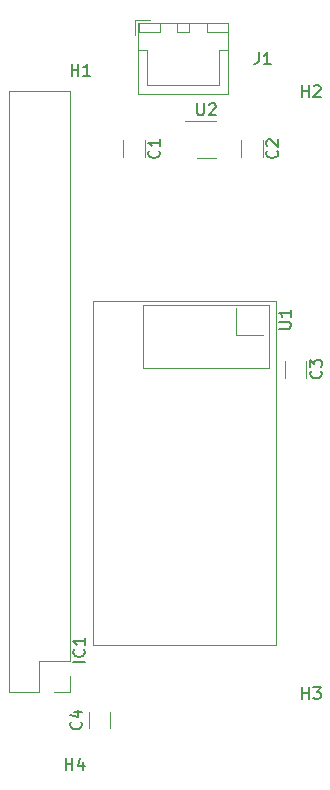
<source format=gbr>
%TF.GenerationSoftware,KiCad,Pcbnew,(7.0.0)*%
%TF.CreationDate,2023-05-30T16:09:46+02:00*%
%TF.ProjectId,connecteurs,636f6e6e-6563-4746-9575-72732e6b6963,1.0*%
%TF.SameCoordinates,Original*%
%TF.FileFunction,Legend,Top*%
%TF.FilePolarity,Positive*%
%FSLAX46Y46*%
G04 Gerber Fmt 4.6, Leading zero omitted, Abs format (unit mm)*
G04 Created by KiCad (PCBNEW (7.0.0)) date 2023-05-30 16:09:47*
%MOMM*%
%LPD*%
G01*
G04 APERTURE LIST*
%ADD10C,0.150000*%
%ADD11C,0.120000*%
G04 APERTURE END LIST*
D10*
%TO.C,C4*%
X73522142Y-106966666D02*
X73569761Y-107014285D01*
X73569761Y-107014285D02*
X73617380Y-107157142D01*
X73617380Y-107157142D02*
X73617380Y-107252380D01*
X73617380Y-107252380D02*
X73569761Y-107395237D01*
X73569761Y-107395237D02*
X73474523Y-107490475D01*
X73474523Y-107490475D02*
X73379285Y-107538094D01*
X73379285Y-107538094D02*
X73188809Y-107585713D01*
X73188809Y-107585713D02*
X73045952Y-107585713D01*
X73045952Y-107585713D02*
X72855476Y-107538094D01*
X72855476Y-107538094D02*
X72760238Y-107490475D01*
X72760238Y-107490475D02*
X72665000Y-107395237D01*
X72665000Y-107395237D02*
X72617380Y-107252380D01*
X72617380Y-107252380D02*
X72617380Y-107157142D01*
X72617380Y-107157142D02*
X72665000Y-107014285D01*
X72665000Y-107014285D02*
X72712619Y-106966666D01*
X72950714Y-106109523D02*
X73617380Y-106109523D01*
X72569761Y-106347618D02*
X73284047Y-106585713D01*
X73284047Y-106585713D02*
X73284047Y-105966666D01*
%TO.C,C3*%
X93822142Y-77266666D02*
X93869761Y-77314285D01*
X93869761Y-77314285D02*
X93917380Y-77457142D01*
X93917380Y-77457142D02*
X93917380Y-77552380D01*
X93917380Y-77552380D02*
X93869761Y-77695237D01*
X93869761Y-77695237D02*
X93774523Y-77790475D01*
X93774523Y-77790475D02*
X93679285Y-77838094D01*
X93679285Y-77838094D02*
X93488809Y-77885713D01*
X93488809Y-77885713D02*
X93345952Y-77885713D01*
X93345952Y-77885713D02*
X93155476Y-77838094D01*
X93155476Y-77838094D02*
X93060238Y-77790475D01*
X93060238Y-77790475D02*
X92965000Y-77695237D01*
X92965000Y-77695237D02*
X92917380Y-77552380D01*
X92917380Y-77552380D02*
X92917380Y-77457142D01*
X92917380Y-77457142D02*
X92965000Y-77314285D01*
X92965000Y-77314285D02*
X93012619Y-77266666D01*
X92917380Y-76933332D02*
X92917380Y-76314285D01*
X92917380Y-76314285D02*
X93298333Y-76647618D01*
X93298333Y-76647618D02*
X93298333Y-76504761D01*
X93298333Y-76504761D02*
X93345952Y-76409523D01*
X93345952Y-76409523D02*
X93393571Y-76361904D01*
X93393571Y-76361904D02*
X93488809Y-76314285D01*
X93488809Y-76314285D02*
X93726904Y-76314285D01*
X93726904Y-76314285D02*
X93822142Y-76361904D01*
X93822142Y-76361904D02*
X93869761Y-76409523D01*
X93869761Y-76409523D02*
X93917380Y-76504761D01*
X93917380Y-76504761D02*
X93917380Y-76790475D01*
X93917380Y-76790475D02*
X93869761Y-76885713D01*
X93869761Y-76885713D02*
X93822142Y-76933332D01*
%TO.C,C2*%
X90122142Y-58604166D02*
X90169761Y-58651785D01*
X90169761Y-58651785D02*
X90217380Y-58794642D01*
X90217380Y-58794642D02*
X90217380Y-58889880D01*
X90217380Y-58889880D02*
X90169761Y-59032737D01*
X90169761Y-59032737D02*
X90074523Y-59127975D01*
X90074523Y-59127975D02*
X89979285Y-59175594D01*
X89979285Y-59175594D02*
X89788809Y-59223213D01*
X89788809Y-59223213D02*
X89645952Y-59223213D01*
X89645952Y-59223213D02*
X89455476Y-59175594D01*
X89455476Y-59175594D02*
X89360238Y-59127975D01*
X89360238Y-59127975D02*
X89265000Y-59032737D01*
X89265000Y-59032737D02*
X89217380Y-58889880D01*
X89217380Y-58889880D02*
X89217380Y-58794642D01*
X89217380Y-58794642D02*
X89265000Y-58651785D01*
X89265000Y-58651785D02*
X89312619Y-58604166D01*
X89312619Y-58223213D02*
X89265000Y-58175594D01*
X89265000Y-58175594D02*
X89217380Y-58080356D01*
X89217380Y-58080356D02*
X89217380Y-57842261D01*
X89217380Y-57842261D02*
X89265000Y-57747023D01*
X89265000Y-57747023D02*
X89312619Y-57699404D01*
X89312619Y-57699404D02*
X89407857Y-57651785D01*
X89407857Y-57651785D02*
X89503095Y-57651785D01*
X89503095Y-57651785D02*
X89645952Y-57699404D01*
X89645952Y-57699404D02*
X90217380Y-58270832D01*
X90217380Y-58270832D02*
X90217380Y-57651785D01*
%TO.C,C1*%
X80122142Y-58604166D02*
X80169761Y-58651785D01*
X80169761Y-58651785D02*
X80217380Y-58794642D01*
X80217380Y-58794642D02*
X80217380Y-58889880D01*
X80217380Y-58889880D02*
X80169761Y-59032737D01*
X80169761Y-59032737D02*
X80074523Y-59127975D01*
X80074523Y-59127975D02*
X79979285Y-59175594D01*
X79979285Y-59175594D02*
X79788809Y-59223213D01*
X79788809Y-59223213D02*
X79645952Y-59223213D01*
X79645952Y-59223213D02*
X79455476Y-59175594D01*
X79455476Y-59175594D02*
X79360238Y-59127975D01*
X79360238Y-59127975D02*
X79265000Y-59032737D01*
X79265000Y-59032737D02*
X79217380Y-58889880D01*
X79217380Y-58889880D02*
X79217380Y-58794642D01*
X79217380Y-58794642D02*
X79265000Y-58651785D01*
X79265000Y-58651785D02*
X79312619Y-58604166D01*
X80217380Y-57651785D02*
X80217380Y-58223213D01*
X80217380Y-57937499D02*
X79217380Y-57937499D01*
X79217380Y-57937499D02*
X79360238Y-58032737D01*
X79360238Y-58032737D02*
X79455476Y-58127975D01*
X79455476Y-58127975D02*
X79503095Y-58223213D01*
%TO.C,U2*%
X83375595Y-54604880D02*
X83375595Y-55414404D01*
X83375595Y-55414404D02*
X83423214Y-55509642D01*
X83423214Y-55509642D02*
X83470833Y-55557261D01*
X83470833Y-55557261D02*
X83566071Y-55604880D01*
X83566071Y-55604880D02*
X83756547Y-55604880D01*
X83756547Y-55604880D02*
X83851785Y-55557261D01*
X83851785Y-55557261D02*
X83899404Y-55509642D01*
X83899404Y-55509642D02*
X83947023Y-55414404D01*
X83947023Y-55414404D02*
X83947023Y-54604880D01*
X84375595Y-54700119D02*
X84423214Y-54652500D01*
X84423214Y-54652500D02*
X84518452Y-54604880D01*
X84518452Y-54604880D02*
X84756547Y-54604880D01*
X84756547Y-54604880D02*
X84851785Y-54652500D01*
X84851785Y-54652500D02*
X84899404Y-54700119D01*
X84899404Y-54700119D02*
X84947023Y-54795357D01*
X84947023Y-54795357D02*
X84947023Y-54890595D01*
X84947023Y-54890595D02*
X84899404Y-55033452D01*
X84899404Y-55033452D02*
X84327976Y-55604880D01*
X84327976Y-55604880D02*
X84947023Y-55604880D01*
%TO.C,H3*%
X92238095Y-105017380D02*
X92238095Y-104017380D01*
X92238095Y-104493571D02*
X92809523Y-104493571D01*
X92809523Y-105017380D02*
X92809523Y-104017380D01*
X93190476Y-104017380D02*
X93809523Y-104017380D01*
X93809523Y-104017380D02*
X93476190Y-104398333D01*
X93476190Y-104398333D02*
X93619047Y-104398333D01*
X93619047Y-104398333D02*
X93714285Y-104445952D01*
X93714285Y-104445952D02*
X93761904Y-104493571D01*
X93761904Y-104493571D02*
X93809523Y-104588809D01*
X93809523Y-104588809D02*
X93809523Y-104826904D01*
X93809523Y-104826904D02*
X93761904Y-104922142D01*
X93761904Y-104922142D02*
X93714285Y-104969761D01*
X93714285Y-104969761D02*
X93619047Y-105017380D01*
X93619047Y-105017380D02*
X93333333Y-105017380D01*
X93333333Y-105017380D02*
X93238095Y-104969761D01*
X93238095Y-104969761D02*
X93190476Y-104922142D01*
%TO.C,H4*%
X72238095Y-111067380D02*
X72238095Y-110067380D01*
X72238095Y-110543571D02*
X72809523Y-110543571D01*
X72809523Y-111067380D02*
X72809523Y-110067380D01*
X73714285Y-110400714D02*
X73714285Y-111067380D01*
X73476190Y-110019761D02*
X73238095Y-110734047D01*
X73238095Y-110734047D02*
X73857142Y-110734047D01*
%TO.C,J1*%
X88586666Y-50267380D02*
X88586666Y-50981666D01*
X88586666Y-50981666D02*
X88539047Y-51124523D01*
X88539047Y-51124523D02*
X88443809Y-51219761D01*
X88443809Y-51219761D02*
X88300952Y-51267380D01*
X88300952Y-51267380D02*
X88205714Y-51267380D01*
X89586666Y-51267380D02*
X89015238Y-51267380D01*
X89300952Y-51267380D02*
X89300952Y-50267380D01*
X89300952Y-50267380D02*
X89205714Y-50410238D01*
X89205714Y-50410238D02*
X89110476Y-50505476D01*
X89110476Y-50505476D02*
X89015238Y-50553095D01*
%TO.C,IC1*%
X73867380Y-101876189D02*
X72867380Y-101876189D01*
X73772142Y-100828571D02*
X73819761Y-100876190D01*
X73819761Y-100876190D02*
X73867380Y-101019047D01*
X73867380Y-101019047D02*
X73867380Y-101114285D01*
X73867380Y-101114285D02*
X73819761Y-101257142D01*
X73819761Y-101257142D02*
X73724523Y-101352380D01*
X73724523Y-101352380D02*
X73629285Y-101399999D01*
X73629285Y-101399999D02*
X73438809Y-101447618D01*
X73438809Y-101447618D02*
X73295952Y-101447618D01*
X73295952Y-101447618D02*
X73105476Y-101399999D01*
X73105476Y-101399999D02*
X73010238Y-101352380D01*
X73010238Y-101352380D02*
X72915000Y-101257142D01*
X72915000Y-101257142D02*
X72867380Y-101114285D01*
X72867380Y-101114285D02*
X72867380Y-101019047D01*
X72867380Y-101019047D02*
X72915000Y-100876190D01*
X72915000Y-100876190D02*
X72962619Y-100828571D01*
X73867380Y-99876190D02*
X73867380Y-100447618D01*
X73867380Y-100161904D02*
X72867380Y-100161904D01*
X72867380Y-100161904D02*
X73010238Y-100257142D01*
X73010238Y-100257142D02*
X73105476Y-100352380D01*
X73105476Y-100352380D02*
X73153095Y-100447618D01*
%TO.C,U1*%
X90292380Y-73661904D02*
X91101904Y-73661904D01*
X91101904Y-73661904D02*
X91197142Y-73614285D01*
X91197142Y-73614285D02*
X91244761Y-73566666D01*
X91244761Y-73566666D02*
X91292380Y-73471428D01*
X91292380Y-73471428D02*
X91292380Y-73280952D01*
X91292380Y-73280952D02*
X91244761Y-73185714D01*
X91244761Y-73185714D02*
X91197142Y-73138095D01*
X91197142Y-73138095D02*
X91101904Y-73090476D01*
X91101904Y-73090476D02*
X90292380Y-73090476D01*
X91292380Y-72090476D02*
X91292380Y-72661904D01*
X91292380Y-72376190D02*
X90292380Y-72376190D01*
X90292380Y-72376190D02*
X90435238Y-72471428D01*
X90435238Y-72471428D02*
X90530476Y-72566666D01*
X90530476Y-72566666D02*
X90578095Y-72661904D01*
%TO.C,H1*%
X72738095Y-52267380D02*
X72738095Y-51267380D01*
X72738095Y-51743571D02*
X73309523Y-51743571D01*
X73309523Y-52267380D02*
X73309523Y-51267380D01*
X74309523Y-52267380D02*
X73738095Y-52267380D01*
X74023809Y-52267380D02*
X74023809Y-51267380D01*
X74023809Y-51267380D02*
X73928571Y-51410238D01*
X73928571Y-51410238D02*
X73833333Y-51505476D01*
X73833333Y-51505476D02*
X73738095Y-51553095D01*
%TO.C,H2*%
X92238095Y-54067380D02*
X92238095Y-53067380D01*
X92238095Y-53543571D02*
X92809523Y-53543571D01*
X92809523Y-54067380D02*
X92809523Y-53067380D01*
X93238095Y-53162619D02*
X93285714Y-53115000D01*
X93285714Y-53115000D02*
X93380952Y-53067380D01*
X93380952Y-53067380D02*
X93619047Y-53067380D01*
X93619047Y-53067380D02*
X93714285Y-53115000D01*
X93714285Y-53115000D02*
X93761904Y-53162619D01*
X93761904Y-53162619D02*
X93809523Y-53257857D01*
X93809523Y-53257857D02*
X93809523Y-53353095D01*
X93809523Y-53353095D02*
X93761904Y-53495952D01*
X93761904Y-53495952D02*
X93190476Y-54067380D01*
X93190476Y-54067380D02*
X93809523Y-54067380D01*
D11*
%TO.C,C4*%
X74190000Y-107511252D02*
X74190000Y-106088748D01*
X76010000Y-107511252D02*
X76010000Y-106088748D01*
%TO.C,C3*%
X92610000Y-76388748D02*
X92610000Y-77811252D01*
X90790000Y-76388748D02*
X90790000Y-77811252D01*
%TO.C,C2*%
X87090000Y-57726248D02*
X87090000Y-59148752D01*
X88910000Y-57726248D02*
X88910000Y-59148752D01*
%TO.C,C1*%
X77090000Y-57726248D02*
X77090000Y-59148752D01*
X78910000Y-57726248D02*
X78910000Y-59148752D01*
%TO.C,U2*%
X84137500Y-56077500D02*
X82337500Y-56077500D01*
X84137500Y-56077500D02*
X84937500Y-56077500D01*
X84137500Y-59197500D02*
X83337500Y-59197500D01*
X84137500Y-59197500D02*
X84937500Y-59197500D01*
%TO.C,J1*%
X78100000Y-47525000D02*
X78100000Y-48775000D01*
X78390000Y-47815000D02*
X78390000Y-53785000D01*
X78390000Y-53785000D02*
X86010000Y-53785000D01*
X78400000Y-47825000D02*
X78400000Y-48575000D01*
X78400000Y-48575000D02*
X80200000Y-48575000D01*
X78400000Y-50075000D02*
X79150000Y-50075000D01*
X79150000Y-50075000D02*
X79150000Y-53025000D01*
X79150000Y-53025000D02*
X82200000Y-53025000D01*
X79350000Y-47525000D02*
X78100000Y-47525000D01*
X80200000Y-47825000D02*
X78400000Y-47825000D01*
X80200000Y-48575000D02*
X80200000Y-47825000D01*
X81700000Y-47825000D02*
X81700000Y-48575000D01*
X81700000Y-48575000D02*
X82700000Y-48575000D01*
X82700000Y-47825000D02*
X81700000Y-47825000D01*
X82700000Y-48575000D02*
X82700000Y-47825000D01*
X84200000Y-47825000D02*
X84200000Y-48575000D01*
X84200000Y-48575000D02*
X86000000Y-48575000D01*
X85250000Y-50075000D02*
X85250000Y-53025000D01*
X85250000Y-53025000D02*
X82200000Y-53025000D01*
X86000000Y-47825000D02*
X84200000Y-47825000D01*
X86000000Y-48575000D02*
X86000000Y-47825000D01*
X86000000Y-50075000D02*
X85250000Y-50075000D01*
X86010000Y-47815000D02*
X78390000Y-47815000D01*
X86010000Y-53785000D02*
X86010000Y-47815000D01*
%TO.C,IC1*%
X72600000Y-104455000D02*
X71270000Y-104455000D01*
X72600000Y-103125000D02*
X72600000Y-104455000D01*
X72600000Y-101855000D02*
X72600000Y-53535000D01*
X72600000Y-101855000D02*
X70000000Y-101855000D01*
X72600000Y-53535000D02*
X67400000Y-53535000D01*
X70000000Y-104455000D02*
X67400000Y-104455000D01*
X70000000Y-101855000D02*
X70000000Y-104455000D01*
X67400000Y-104455000D02*
X67400000Y-53535000D01*
%TO.C,U1*%
X90025000Y-71300000D02*
X90025000Y-71300000D01*
X90025000Y-71300000D02*
X90025000Y-100500000D01*
X74575000Y-71300000D02*
X90025000Y-71300000D01*
X89449000Y-71630000D02*
X89449000Y-71630000D01*
X89449000Y-71630000D02*
X89449000Y-76964000D01*
X78781000Y-71630000D02*
X89449000Y-71630000D01*
X78781000Y-71630000D02*
X78781000Y-71630000D01*
X86655000Y-71884000D02*
X86655000Y-71884000D01*
X88941000Y-74170000D02*
X86655000Y-74170000D01*
X86655000Y-74170000D02*
X86655000Y-71884000D01*
X89449000Y-76964000D02*
X78781000Y-76964000D01*
X78781000Y-76964000D02*
X78781000Y-71630000D01*
X90025000Y-100500000D02*
X74575000Y-100500000D01*
X74575000Y-100500000D02*
X74575000Y-71300000D01*
%TD*%
M02*

</source>
